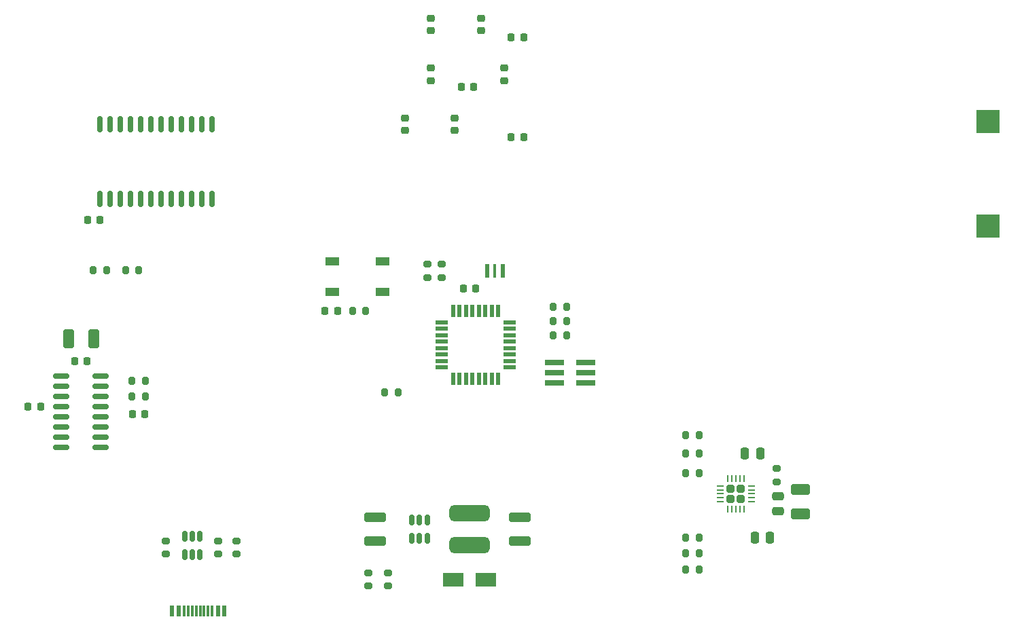
<source format=gbr>
%TF.GenerationSoftware,KiCad,Pcbnew,(6.0.8)*%
%TF.CreationDate,2022-11-08T14:11:50+01:00*%
%TF.ProjectId,BoardGame,426f6172-6447-4616-9d65-2e6b69636164,rev?*%
%TF.SameCoordinates,Original*%
%TF.FileFunction,Paste,Bot*%
%TF.FilePolarity,Positive*%
%FSLAX46Y46*%
G04 Gerber Fmt 4.6, Leading zero omitted, Abs format (unit mm)*
G04 Created by KiCad (PCBNEW (6.0.8)) date 2022-11-08 14:11:50*
%MOMM*%
%LPD*%
G01*
G04 APERTURE LIST*
G04 Aperture macros list*
%AMRoundRect*
0 Rectangle with rounded corners*
0 $1 Rounding radius*
0 $2 $3 $4 $5 $6 $7 $8 $9 X,Y pos of 4 corners*
0 Add a 4 corners polygon primitive as box body*
4,1,4,$2,$3,$4,$5,$6,$7,$8,$9,$2,$3,0*
0 Add four circle primitives for the rounded corners*
1,1,$1+$1,$2,$3*
1,1,$1+$1,$4,$5*
1,1,$1+$1,$6,$7*
1,1,$1+$1,$8,$9*
0 Add four rect primitives between the rounded corners*
20,1,$1+$1,$2,$3,$4,$5,0*
20,1,$1+$1,$4,$5,$6,$7,0*
20,1,$1+$1,$6,$7,$8,$9,0*
20,1,$1+$1,$8,$9,$2,$3,0*%
G04 Aperture macros list end*
%ADD10RoundRect,0.225000X-0.250000X0.225000X-0.250000X-0.225000X0.250000X-0.225000X0.250000X0.225000X0*%
%ADD11RoundRect,0.200000X0.200000X0.275000X-0.200000X0.275000X-0.200000X-0.275000X0.200000X-0.275000X0*%
%ADD12RoundRect,0.225000X-0.225000X-0.250000X0.225000X-0.250000X0.225000X0.250000X-0.225000X0.250000X0*%
%ADD13RoundRect,0.200000X0.275000X-0.200000X0.275000X0.200000X-0.275000X0.200000X-0.275000X-0.200000X0*%
%ADD14R,3.000000X3.000000*%
%ADD15R,0.550000X1.600000*%
%ADD16R,1.600000X0.550000*%
%ADD17RoundRect,0.200000X-0.275000X0.200000X-0.275000X-0.200000X0.275000X-0.200000X0.275000X0.200000X0*%
%ADD18RoundRect,0.200000X-0.200000X-0.275000X0.200000X-0.275000X0.200000X0.275000X-0.200000X0.275000X0*%
%ADD19RoundRect,0.250000X1.100000X-0.325000X1.100000X0.325000X-1.100000X0.325000X-1.100000X-0.325000X0*%
%ADD20RoundRect,0.225000X0.225000X0.250000X-0.225000X0.250000X-0.225000X-0.250000X0.225000X-0.250000X0*%
%ADD21RoundRect,0.250000X-0.412500X-0.925000X0.412500X-0.925000X0.412500X0.925000X-0.412500X0.925000X0*%
%ADD22R,2.500000X1.800000*%
%ADD23RoundRect,0.500000X-2.000000X0.500000X-2.000000X-0.500000X2.000000X-0.500000X2.000000X0.500000X0*%
%ADD24RoundRect,0.250000X-0.250000X-0.475000X0.250000X-0.475000X0.250000X0.475000X-0.250000X0.475000X0*%
%ADD25R,0.600000X1.450000*%
%ADD26R,0.300000X1.450000*%
%ADD27RoundRect,0.225000X0.250000X-0.225000X0.250000X0.225000X-0.250000X0.225000X-0.250000X-0.225000X0*%
%ADD28RoundRect,0.150000X0.150000X-0.512500X0.150000X0.512500X-0.150000X0.512500X-0.150000X-0.512500X0*%
%ADD29RoundRect,0.250000X-0.925000X0.412500X-0.925000X-0.412500X0.925000X-0.412500X0.925000X0.412500X0*%
%ADD30RoundRect,0.150000X0.825000X0.150000X-0.825000X0.150000X-0.825000X-0.150000X0.825000X-0.150000X0*%
%ADD31R,1.700000X1.000000*%
%ADD32RoundRect,0.250000X-1.100000X0.325000X-1.100000X-0.325000X1.100000X-0.325000X1.100000X0.325000X0*%
%ADD33RoundRect,0.150000X-0.150000X0.875000X-0.150000X-0.875000X0.150000X-0.875000X0.150000X0.875000X0*%
%ADD34R,0.600000X1.700000*%
%ADD35R,0.400000X1.700000*%
%ADD36RoundRect,0.250000X0.255000X-0.255000X0.255000X0.255000X-0.255000X0.255000X-0.255000X-0.255000X0*%
%ADD37RoundRect,0.062500X0.062500X-0.350000X0.062500X0.350000X-0.062500X0.350000X-0.062500X-0.350000X0*%
%ADD38RoundRect,0.062500X0.350000X-0.062500X0.350000X0.062500X-0.350000X0.062500X-0.350000X-0.062500X0*%
%ADD39RoundRect,0.250000X-0.475000X0.250000X-0.475000X-0.250000X0.475000X-0.250000X0.475000X0.250000X0*%
%ADD40R,2.400000X0.740000*%
G04 APERTURE END LIST*
D10*
%TO.C,C1006*%
X142360000Y-92425000D03*
X142360000Y-93975000D03*
%TD*%
D11*
%TO.C,R303*%
X172825000Y-146750000D03*
X171175000Y-146750000D03*
%TD*%
D12*
%TO.C,C504*%
X126225000Y-116500000D03*
X127775000Y-116500000D03*
%TD*%
D11*
%TO.C,R201*%
X103825000Y-125200000D03*
X102175000Y-125200000D03*
%TD*%
%TO.C,R401*%
X103020000Y-111397500D03*
X101370000Y-111397500D03*
%TD*%
%TO.C,R1006*%
X135325000Y-126700000D03*
X133675000Y-126700000D03*
%TD*%
D13*
%TO.C,R202*%
X106425378Y-146825000D03*
X106425378Y-145175000D03*
%TD*%
D14*
%TO.C,LS501*%
X208800000Y-105900000D03*
X208800000Y-92900000D03*
%TD*%
D15*
%TO.C,U501*%
X142200000Y-116500000D03*
X143000000Y-116500000D03*
X143800000Y-116500000D03*
X144600000Y-116500000D03*
X145400000Y-116500000D03*
X146200000Y-116500000D03*
X147000000Y-116500000D03*
X147800000Y-116500000D03*
D16*
X149250000Y-117950000D03*
X149250000Y-118750000D03*
X149250000Y-119550000D03*
X149250000Y-120350000D03*
X149250000Y-121150000D03*
X149250000Y-121950000D03*
X149250000Y-122750000D03*
X149250000Y-123550000D03*
D15*
X147800000Y-125000000D03*
X147000000Y-125000000D03*
X146200000Y-125000000D03*
X145400000Y-125000000D03*
X144600000Y-125000000D03*
X143800000Y-125000000D03*
X143000000Y-125000000D03*
X142200000Y-125000000D03*
D16*
X140750000Y-123550000D03*
X140750000Y-122750000D03*
X140750000Y-121950000D03*
X140750000Y-121150000D03*
X140750000Y-120350000D03*
X140750000Y-119550000D03*
X140750000Y-118750000D03*
X140750000Y-117950000D03*
%TD*%
D17*
%TO.C,R602*%
X131600000Y-149175000D03*
X131600000Y-150825000D03*
%TD*%
D18*
%TO.C,R1002*%
X154675000Y-119550000D03*
X156325000Y-119550000D03*
%TD*%
D11*
%TO.C,R204*%
X103825000Y-127200000D03*
X102175000Y-127200000D03*
%TD*%
D19*
%TO.C,C602*%
X150500000Y-145225000D03*
X150500000Y-142275000D03*
%TD*%
D11*
%TO.C,R501*%
X131325000Y-116500000D03*
X129675000Y-116500000D03*
%TD*%
D20*
%TO.C,C501*%
X145000000Y-113750000D03*
X143450000Y-113750000D03*
%TD*%
D18*
%TO.C,R1004*%
X154675000Y-116000000D03*
X156325000Y-116000000D03*
%TD*%
D21*
%TO.C,C203*%
X94310000Y-120000000D03*
X97385000Y-120000000D03*
%TD*%
D10*
%TO.C,C1007*%
X136170000Y-92425000D03*
X136170000Y-93975000D03*
%TD*%
D22*
%TO.C,D601*%
X146250000Y-150000000D03*
X142250000Y-150000000D03*
%TD*%
D20*
%TO.C,C401*%
X98210000Y-105147500D03*
X96660000Y-105147500D03*
%TD*%
D23*
%TO.C,L601*%
X144250000Y-141750000D03*
X144250000Y-145750000D03*
%TD*%
D11*
%TO.C,R301*%
X172825000Y-148750000D03*
X171175000Y-148750000D03*
%TD*%
D13*
%TO.C,R1001*%
X139000000Y-112325000D03*
X139000000Y-110675000D03*
%TD*%
D24*
%TO.C,C303*%
X179800000Y-144750000D03*
X181700000Y-144750000D03*
%TD*%
D12*
%TO.C,C1009*%
X143225000Y-88600000D03*
X144775000Y-88600000D03*
%TD*%
%TO.C,C1005*%
X149425000Y-94800000D03*
X150975000Y-94800000D03*
%TD*%
D25*
%TO.C,J201*%
X113675378Y-153955000D03*
X112875378Y-153955000D03*
D26*
X111675378Y-153955000D03*
X110675378Y-153955000D03*
X110175378Y-153955000D03*
X109175378Y-153955000D03*
D25*
X107975378Y-153955000D03*
X107175378Y-153955000D03*
X107175378Y-153955000D03*
X107975378Y-153955000D03*
D26*
X108675378Y-153955000D03*
X109675378Y-153955000D03*
X111175378Y-153955000D03*
X112175378Y-153955000D03*
D25*
X112875378Y-153955000D03*
X113675378Y-153955000D03*
%TD*%
D12*
%TO.C,C201*%
X102225000Y-129400000D03*
X103775000Y-129400000D03*
%TD*%
D13*
%TO.C,FB201*%
X115175378Y-146825000D03*
X115175378Y-145175000D03*
%TD*%
D27*
%TO.C,C1008*%
X139400000Y-87775000D03*
X139400000Y-86225000D03*
%TD*%
D11*
%TO.C,R307*%
X172825000Y-144750000D03*
X171175000Y-144750000D03*
%TD*%
D28*
%TO.C,U601*%
X138950000Y-144887500D03*
X138000000Y-144887500D03*
X137050000Y-144887500D03*
X137050000Y-142612500D03*
X138000000Y-142612500D03*
X138950000Y-142612500D03*
%TD*%
D29*
%TO.C,C301*%
X185500000Y-138758000D03*
X185500000Y-141833000D03*
%TD*%
D30*
%TO.C,U202*%
X98300000Y-124660000D03*
X98300000Y-125930000D03*
X98300000Y-127200000D03*
X98300000Y-128470000D03*
X98300000Y-129740000D03*
X98300000Y-131010000D03*
X98300000Y-132280000D03*
X98300000Y-133550000D03*
X93350000Y-133550000D03*
X93350000Y-132280000D03*
X93350000Y-131010000D03*
X93350000Y-129740000D03*
X93350000Y-128470000D03*
X93350000Y-127200000D03*
X93350000Y-125930000D03*
X93350000Y-124660000D03*
%TD*%
D28*
%TO.C,U201*%
X110625378Y-146887500D03*
X109675378Y-146887500D03*
X108725378Y-146887500D03*
X108725378Y-144612500D03*
X109675378Y-144612500D03*
X110625378Y-144612500D03*
%TD*%
D31*
%TO.C,SW501*%
X133400000Y-110350000D03*
X127100000Y-110350000D03*
X133400000Y-114150000D03*
X127100000Y-114150000D03*
%TD*%
D13*
%TO.C,R601*%
X134100000Y-150825000D03*
X134100000Y-149175000D03*
%TD*%
D12*
%TO.C,C204*%
X89225000Y-128470000D03*
X90775000Y-128470000D03*
%TD*%
D13*
%TO.C,R310*%
X182500000Y-137825000D03*
X182500000Y-136175000D03*
%TD*%
D11*
%TO.C,R305*%
X172825000Y-134250000D03*
X171175000Y-134250000D03*
%TD*%
%TO.C,R302*%
X172825000Y-132000000D03*
X171175000Y-132000000D03*
%TD*%
D32*
%TO.C,C601*%
X132500000Y-142275000D03*
X132500000Y-145225000D03*
%TD*%
D11*
%TO.C,R308*%
X172825000Y-136750000D03*
X171175000Y-136750000D03*
%TD*%
D27*
%TO.C,C1001*%
X139450000Y-81575000D03*
X139450000Y-80025000D03*
%TD*%
D12*
%TO.C,C1003*%
X149425000Y-82400000D03*
X150975000Y-82400000D03*
%TD*%
%TO.C,C202*%
X95050000Y-122750000D03*
X96600000Y-122750000D03*
%TD*%
D33*
%TO.C,U401*%
X98210000Y-93247500D03*
X99480000Y-93247500D03*
X100750000Y-93247500D03*
X102020000Y-93247500D03*
X103290000Y-93247500D03*
X104560000Y-93247500D03*
X105830000Y-93247500D03*
X107100000Y-93247500D03*
X108370000Y-93247500D03*
X109640000Y-93247500D03*
X110910000Y-93247500D03*
X112180000Y-93247500D03*
X112180000Y-102547500D03*
X110910000Y-102547500D03*
X109640000Y-102547500D03*
X108370000Y-102547500D03*
X107100000Y-102547500D03*
X105830000Y-102547500D03*
X104560000Y-102547500D03*
X103290000Y-102547500D03*
X102020000Y-102547500D03*
X100750000Y-102547500D03*
X99480000Y-102547500D03*
X98210000Y-102547500D03*
%TD*%
D34*
%TO.C,Y501*%
X148350000Y-111500000D03*
D35*
X147400000Y-111500000D03*
D34*
X146450000Y-111500000D03*
%TD*%
D36*
%TO.C,U301*%
X176790000Y-138698000D03*
X176790000Y-139948000D03*
X178040000Y-139948000D03*
X178040000Y-138698000D03*
D37*
X178415000Y-141260500D03*
X177915000Y-141260500D03*
X177415000Y-141260500D03*
X176915000Y-141260500D03*
X176415000Y-141260500D03*
D38*
X175477500Y-140323000D03*
X175477500Y-139823000D03*
X175477500Y-139323000D03*
X175477500Y-138823000D03*
X175477500Y-138323000D03*
D37*
X176415000Y-137385500D03*
X176915000Y-137385500D03*
X177415000Y-137385500D03*
X177915000Y-137385500D03*
X178415000Y-137385500D03*
D38*
X179352500Y-138323000D03*
X179352500Y-138823000D03*
X179352500Y-139323000D03*
X179352500Y-139823000D03*
X179352500Y-140323000D03*
%TD*%
D39*
%TO.C,C302*%
X182650000Y-139600000D03*
X182650000Y-141500000D03*
%TD*%
D18*
%TO.C,R402*%
X97370000Y-111397500D03*
X99020000Y-111397500D03*
%TD*%
D40*
%TO.C,J501*%
X158700000Y-122980000D03*
X154800000Y-122980000D03*
X158700000Y-124250000D03*
X154800000Y-124250000D03*
X158700000Y-125520000D03*
X154800000Y-125520000D03*
%TD*%
D18*
%TO.C,R1003*%
X154675000Y-117750000D03*
X156325000Y-117750000D03*
%TD*%
D27*
%TO.C,C1002*%
X145640000Y-81575000D03*
X145640000Y-80025000D03*
%TD*%
D10*
%TO.C,C1004*%
X148550000Y-86225000D03*
X148550000Y-87775000D03*
%TD*%
D13*
%TO.C,R1005*%
X140750000Y-112325000D03*
X140750000Y-110675000D03*
%TD*%
D24*
%TO.C,C304*%
X178550000Y-134250000D03*
X180450000Y-134250000D03*
%TD*%
D13*
%TO.C,R203*%
X112925378Y-146825000D03*
X112925378Y-145175000D03*
%TD*%
M02*

</source>
